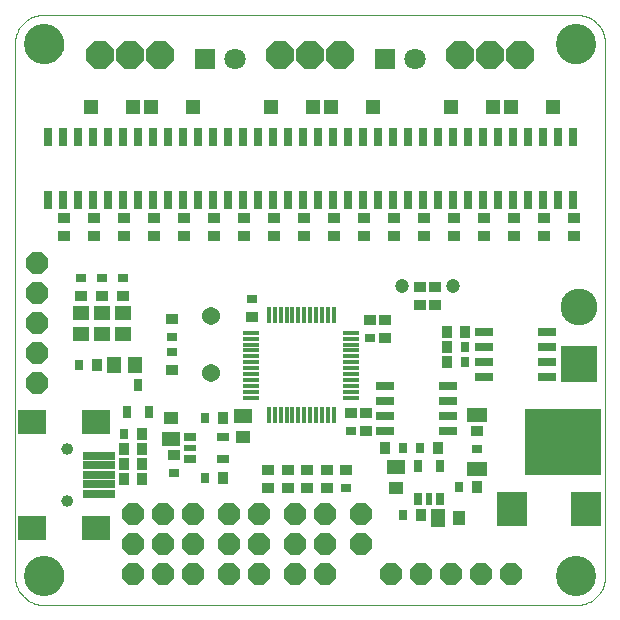
<source format=gts>
G75*
%MOIN*%
%OFA0B0*%
%FSLAX24Y24*%
%IPPOS*%
%LPD*%
%AMOC8*
5,1,8,0,0,1.08239X$1,22.5*
%
%ADD10C,0.0000*%
%ADD11C,0.1340*%
%ADD12R,0.0277X0.0631*%
%ADD13R,0.0513X0.0513*%
%ADD14R,0.0395X0.0356*%
%ADD15OC8,0.0912*%
%ADD16C,0.0710*%
%ADD17R,0.0710X0.0710*%
%ADD18R,0.0552X0.0178*%
%ADD19R,0.0178X0.0552*%
%ADD20OC8,0.0753*%
%ADD21R,0.0335X0.0296*%
%ADD22R,0.0946X0.0789*%
%ADD23R,0.1064X0.0277*%
%ADD24C,0.0395*%
%ADD25R,0.0356X0.0395*%
%ADD26R,0.0296X0.0335*%
%ADD27R,0.0297X0.0395*%
%ADD28C,0.0604*%
%ADD29R,0.0631X0.0277*%
%ADD30C,0.1227*%
%ADD31R,0.1227X0.1227*%
%ADD32R,0.2521X0.2206*%
%ADD33R,0.0710X0.0474*%
%ADD34R,0.1025X0.1182*%
%ADD35C,0.0474*%
%ADD36R,0.0277X0.0395*%
%ADD37R,0.0197X0.0395*%
%ADD38R,0.0395X0.0277*%
%ADD39R,0.0395X0.0197*%
%ADD40R,0.0474X0.0592*%
%ADD41R,0.0394X0.0512*%
%ADD42R,0.0592X0.0474*%
%ADD43R,0.0512X0.0394*%
%ADD44R,0.0474X0.0552*%
%ADD45R,0.0552X0.0474*%
%ADD46C,0.0476*%
D10*
X002834Y001872D02*
X002834Y019588D01*
X003189Y019588D02*
X003191Y019638D01*
X003197Y019688D01*
X003207Y019737D01*
X003221Y019785D01*
X003238Y019832D01*
X003259Y019877D01*
X003284Y019921D01*
X003312Y019962D01*
X003344Y020001D01*
X003378Y020038D01*
X003415Y020072D01*
X003455Y020102D01*
X003497Y020129D01*
X003541Y020153D01*
X003587Y020174D01*
X003634Y020190D01*
X003682Y020203D01*
X003732Y020212D01*
X003781Y020217D01*
X003832Y020218D01*
X003882Y020215D01*
X003931Y020208D01*
X003980Y020197D01*
X004028Y020182D01*
X004074Y020164D01*
X004119Y020142D01*
X004162Y020116D01*
X004203Y020087D01*
X004242Y020055D01*
X004278Y020020D01*
X004310Y019982D01*
X004340Y019942D01*
X004367Y019899D01*
X004390Y019855D01*
X004409Y019809D01*
X004425Y019761D01*
X004437Y019712D01*
X004445Y019663D01*
X004449Y019613D01*
X004449Y019563D01*
X004445Y019513D01*
X004437Y019464D01*
X004425Y019415D01*
X004409Y019367D01*
X004390Y019321D01*
X004367Y019277D01*
X004340Y019234D01*
X004310Y019194D01*
X004278Y019156D01*
X004242Y019121D01*
X004203Y019089D01*
X004162Y019060D01*
X004119Y019034D01*
X004074Y019012D01*
X004028Y018994D01*
X003980Y018979D01*
X003931Y018968D01*
X003882Y018961D01*
X003832Y018958D01*
X003781Y018959D01*
X003732Y018964D01*
X003682Y018973D01*
X003634Y018986D01*
X003587Y019002D01*
X003541Y019023D01*
X003497Y019047D01*
X003455Y019074D01*
X003415Y019104D01*
X003378Y019138D01*
X003344Y019175D01*
X003312Y019214D01*
X003284Y019255D01*
X003259Y019299D01*
X003238Y019344D01*
X003221Y019391D01*
X003207Y019439D01*
X003197Y019488D01*
X003191Y019538D01*
X003189Y019588D01*
X002835Y019588D02*
X002837Y019650D01*
X002843Y019711D01*
X002852Y019772D01*
X002866Y019833D01*
X002883Y019892D01*
X002904Y019950D01*
X002929Y020007D01*
X002957Y020062D01*
X002988Y020115D01*
X003023Y020166D01*
X003061Y020215D01*
X003102Y020262D01*
X003145Y020305D01*
X003192Y020346D01*
X003241Y020384D01*
X003292Y020419D01*
X003345Y020450D01*
X003400Y020478D01*
X003457Y020503D01*
X003515Y020524D01*
X003574Y020541D01*
X003635Y020555D01*
X003696Y020564D01*
X003757Y020570D01*
X003819Y020572D01*
X021535Y020572D01*
X020905Y019588D02*
X020907Y019638D01*
X020913Y019688D01*
X020923Y019737D01*
X020937Y019785D01*
X020954Y019832D01*
X020975Y019877D01*
X021000Y019921D01*
X021028Y019962D01*
X021060Y020001D01*
X021094Y020038D01*
X021131Y020072D01*
X021171Y020102D01*
X021213Y020129D01*
X021257Y020153D01*
X021303Y020174D01*
X021350Y020190D01*
X021398Y020203D01*
X021448Y020212D01*
X021497Y020217D01*
X021548Y020218D01*
X021598Y020215D01*
X021647Y020208D01*
X021696Y020197D01*
X021744Y020182D01*
X021790Y020164D01*
X021835Y020142D01*
X021878Y020116D01*
X021919Y020087D01*
X021958Y020055D01*
X021994Y020020D01*
X022026Y019982D01*
X022056Y019942D01*
X022083Y019899D01*
X022106Y019855D01*
X022125Y019809D01*
X022141Y019761D01*
X022153Y019712D01*
X022161Y019663D01*
X022165Y019613D01*
X022165Y019563D01*
X022161Y019513D01*
X022153Y019464D01*
X022141Y019415D01*
X022125Y019367D01*
X022106Y019321D01*
X022083Y019277D01*
X022056Y019234D01*
X022026Y019194D01*
X021994Y019156D01*
X021958Y019121D01*
X021919Y019089D01*
X021878Y019060D01*
X021835Y019034D01*
X021790Y019012D01*
X021744Y018994D01*
X021696Y018979D01*
X021647Y018968D01*
X021598Y018961D01*
X021548Y018958D01*
X021497Y018959D01*
X021448Y018964D01*
X021398Y018973D01*
X021350Y018986D01*
X021303Y019002D01*
X021257Y019023D01*
X021213Y019047D01*
X021171Y019074D01*
X021131Y019104D01*
X021094Y019138D01*
X021060Y019175D01*
X021028Y019214D01*
X021000Y019255D01*
X020975Y019299D01*
X020954Y019344D01*
X020937Y019391D01*
X020923Y019439D01*
X020913Y019488D01*
X020907Y019538D01*
X020905Y019588D01*
X021535Y020572D02*
X021597Y020570D01*
X021658Y020564D01*
X021719Y020555D01*
X021780Y020541D01*
X021839Y020524D01*
X021897Y020503D01*
X021954Y020478D01*
X022009Y020450D01*
X022062Y020419D01*
X022113Y020384D01*
X022162Y020346D01*
X022209Y020305D01*
X022252Y020262D01*
X022293Y020215D01*
X022331Y020166D01*
X022366Y020115D01*
X022397Y020062D01*
X022425Y020007D01*
X022450Y019950D01*
X022471Y019892D01*
X022488Y019833D01*
X022502Y019772D01*
X022511Y019711D01*
X022517Y019650D01*
X022519Y019588D01*
X022519Y001872D01*
X020905Y001872D02*
X020907Y001922D01*
X020913Y001972D01*
X020923Y002021D01*
X020937Y002069D01*
X020954Y002116D01*
X020975Y002161D01*
X021000Y002205D01*
X021028Y002246D01*
X021060Y002285D01*
X021094Y002322D01*
X021131Y002356D01*
X021171Y002386D01*
X021213Y002413D01*
X021257Y002437D01*
X021303Y002458D01*
X021350Y002474D01*
X021398Y002487D01*
X021448Y002496D01*
X021497Y002501D01*
X021548Y002502D01*
X021598Y002499D01*
X021647Y002492D01*
X021696Y002481D01*
X021744Y002466D01*
X021790Y002448D01*
X021835Y002426D01*
X021878Y002400D01*
X021919Y002371D01*
X021958Y002339D01*
X021994Y002304D01*
X022026Y002266D01*
X022056Y002226D01*
X022083Y002183D01*
X022106Y002139D01*
X022125Y002093D01*
X022141Y002045D01*
X022153Y001996D01*
X022161Y001947D01*
X022165Y001897D01*
X022165Y001847D01*
X022161Y001797D01*
X022153Y001748D01*
X022141Y001699D01*
X022125Y001651D01*
X022106Y001605D01*
X022083Y001561D01*
X022056Y001518D01*
X022026Y001478D01*
X021994Y001440D01*
X021958Y001405D01*
X021919Y001373D01*
X021878Y001344D01*
X021835Y001318D01*
X021790Y001296D01*
X021744Y001278D01*
X021696Y001263D01*
X021647Y001252D01*
X021598Y001245D01*
X021548Y001242D01*
X021497Y001243D01*
X021448Y001248D01*
X021398Y001257D01*
X021350Y001270D01*
X021303Y001286D01*
X021257Y001307D01*
X021213Y001331D01*
X021171Y001358D01*
X021131Y001388D01*
X021094Y001422D01*
X021060Y001459D01*
X021028Y001498D01*
X021000Y001539D01*
X020975Y001583D01*
X020954Y001628D01*
X020937Y001675D01*
X020923Y001723D01*
X020913Y001772D01*
X020907Y001822D01*
X020905Y001872D01*
X021535Y000888D02*
X021597Y000890D01*
X021658Y000896D01*
X021719Y000905D01*
X021780Y000919D01*
X021839Y000936D01*
X021897Y000957D01*
X021954Y000982D01*
X022009Y001010D01*
X022062Y001041D01*
X022113Y001076D01*
X022162Y001114D01*
X022209Y001155D01*
X022252Y001198D01*
X022293Y001245D01*
X022331Y001294D01*
X022366Y001345D01*
X022397Y001398D01*
X022425Y001453D01*
X022450Y001510D01*
X022471Y001568D01*
X022488Y001627D01*
X022502Y001688D01*
X022511Y001749D01*
X022517Y001810D01*
X022519Y001872D01*
X021535Y000887D02*
X003819Y000887D01*
X003189Y001872D02*
X003191Y001922D01*
X003197Y001972D01*
X003207Y002021D01*
X003221Y002069D01*
X003238Y002116D01*
X003259Y002161D01*
X003284Y002205D01*
X003312Y002246D01*
X003344Y002285D01*
X003378Y002322D01*
X003415Y002356D01*
X003455Y002386D01*
X003497Y002413D01*
X003541Y002437D01*
X003587Y002458D01*
X003634Y002474D01*
X003682Y002487D01*
X003732Y002496D01*
X003781Y002501D01*
X003832Y002502D01*
X003882Y002499D01*
X003931Y002492D01*
X003980Y002481D01*
X004028Y002466D01*
X004074Y002448D01*
X004119Y002426D01*
X004162Y002400D01*
X004203Y002371D01*
X004242Y002339D01*
X004278Y002304D01*
X004310Y002266D01*
X004340Y002226D01*
X004367Y002183D01*
X004390Y002139D01*
X004409Y002093D01*
X004425Y002045D01*
X004437Y001996D01*
X004445Y001947D01*
X004449Y001897D01*
X004449Y001847D01*
X004445Y001797D01*
X004437Y001748D01*
X004425Y001699D01*
X004409Y001651D01*
X004390Y001605D01*
X004367Y001561D01*
X004340Y001518D01*
X004310Y001478D01*
X004278Y001440D01*
X004242Y001405D01*
X004203Y001373D01*
X004162Y001344D01*
X004119Y001318D01*
X004074Y001296D01*
X004028Y001278D01*
X003980Y001263D01*
X003931Y001252D01*
X003882Y001245D01*
X003832Y001242D01*
X003781Y001243D01*
X003732Y001248D01*
X003682Y001257D01*
X003634Y001270D01*
X003587Y001286D01*
X003541Y001307D01*
X003497Y001331D01*
X003455Y001358D01*
X003415Y001388D01*
X003378Y001422D01*
X003344Y001459D01*
X003312Y001498D01*
X003284Y001539D01*
X003259Y001583D01*
X003238Y001628D01*
X003221Y001675D01*
X003207Y001723D01*
X003197Y001772D01*
X003191Y001822D01*
X003189Y001872D01*
X002835Y001872D02*
X002837Y001810D01*
X002843Y001749D01*
X002852Y001688D01*
X002866Y001627D01*
X002883Y001568D01*
X002904Y001510D01*
X002929Y001453D01*
X002957Y001398D01*
X002988Y001345D01*
X003023Y001294D01*
X003061Y001245D01*
X003102Y001198D01*
X003145Y001155D01*
X003192Y001114D01*
X003241Y001076D01*
X003292Y001041D01*
X003345Y001010D01*
X003400Y000982D01*
X003457Y000957D01*
X003515Y000936D01*
X003574Y000919D01*
X003635Y000905D01*
X003696Y000896D01*
X003757Y000890D01*
X003819Y000888D01*
X004427Y004371D02*
X004429Y004396D01*
X004435Y004420D01*
X004444Y004442D01*
X004457Y004463D01*
X004473Y004482D01*
X004492Y004498D01*
X004513Y004511D01*
X004535Y004520D01*
X004559Y004526D01*
X004584Y004528D01*
X004609Y004526D01*
X004633Y004520D01*
X004655Y004511D01*
X004676Y004498D01*
X004695Y004482D01*
X004711Y004463D01*
X004724Y004442D01*
X004733Y004420D01*
X004739Y004396D01*
X004741Y004371D01*
X004739Y004346D01*
X004733Y004322D01*
X004724Y004300D01*
X004711Y004279D01*
X004695Y004260D01*
X004676Y004244D01*
X004655Y004231D01*
X004633Y004222D01*
X004609Y004216D01*
X004584Y004214D01*
X004559Y004216D01*
X004535Y004222D01*
X004513Y004231D01*
X004492Y004244D01*
X004473Y004260D01*
X004457Y004279D01*
X004444Y004300D01*
X004435Y004322D01*
X004429Y004346D01*
X004427Y004371D01*
X004427Y006104D02*
X004429Y006129D01*
X004435Y006153D01*
X004444Y006175D01*
X004457Y006196D01*
X004473Y006215D01*
X004492Y006231D01*
X004513Y006244D01*
X004535Y006253D01*
X004559Y006259D01*
X004584Y006261D01*
X004609Y006259D01*
X004633Y006253D01*
X004655Y006244D01*
X004676Y006231D01*
X004695Y006215D01*
X004711Y006196D01*
X004724Y006175D01*
X004733Y006153D01*
X004739Y006129D01*
X004741Y006104D01*
X004739Y006079D01*
X004733Y006055D01*
X004724Y006033D01*
X004711Y006012D01*
X004695Y005993D01*
X004676Y005977D01*
X004655Y005964D01*
X004633Y005955D01*
X004609Y005949D01*
X004584Y005947D01*
X004559Y005949D01*
X004535Y005955D01*
X004513Y005964D01*
X004492Y005977D01*
X004473Y005993D01*
X004457Y006012D01*
X004444Y006033D01*
X004435Y006055D01*
X004429Y006079D01*
X004427Y006104D01*
D11*
X003819Y001872D03*
X021535Y001872D03*
X021535Y019588D03*
X003819Y019588D03*
D12*
X003934Y016487D03*
X004434Y016487D03*
X004934Y016487D03*
X005434Y016487D03*
X005934Y016487D03*
X006434Y016487D03*
X006934Y016487D03*
X007434Y016487D03*
X007934Y016487D03*
X008434Y016487D03*
X008934Y016487D03*
X009434Y016487D03*
X009934Y016487D03*
X010434Y016487D03*
X010934Y016487D03*
X011434Y016487D03*
X011934Y016487D03*
X012434Y016487D03*
X012934Y016487D03*
X013434Y016487D03*
X013934Y016487D03*
X014434Y016487D03*
X014934Y016487D03*
X015434Y016487D03*
X015934Y016487D03*
X016434Y016487D03*
X016934Y016487D03*
X017434Y016487D03*
X017934Y016487D03*
X018434Y016487D03*
X018934Y016487D03*
X019434Y016487D03*
X019934Y016487D03*
X020434Y016487D03*
X020934Y016487D03*
X021434Y016487D03*
X021434Y014387D03*
X020934Y014387D03*
X020434Y014387D03*
X019934Y014387D03*
X019434Y014387D03*
X018934Y014387D03*
X018434Y014387D03*
X017934Y014387D03*
X017434Y014387D03*
X016934Y014387D03*
X016434Y014387D03*
X015934Y014387D03*
X015434Y014387D03*
X014934Y014387D03*
X014434Y014387D03*
X013934Y014387D03*
X013434Y014387D03*
X012934Y014387D03*
X012434Y014387D03*
X011934Y014387D03*
X011434Y014387D03*
X010934Y014387D03*
X010434Y014387D03*
X009934Y014387D03*
X009434Y014387D03*
X008934Y014387D03*
X008434Y014387D03*
X007934Y014387D03*
X007434Y014387D03*
X006934Y014387D03*
X006434Y014387D03*
X005934Y014387D03*
X005434Y014387D03*
X004934Y014387D03*
X004434Y014387D03*
X003934Y014387D03*
D13*
X005384Y017487D03*
X006784Y017487D03*
X007384Y017487D03*
X008784Y017487D03*
X011384Y017487D03*
X012784Y017487D03*
X013384Y017487D03*
X014784Y017487D03*
X017384Y017487D03*
X018784Y017487D03*
X019384Y017487D03*
X020784Y017487D03*
D14*
X020484Y013787D03*
X020484Y013187D03*
X019484Y013187D03*
X019484Y013787D03*
X018484Y013787D03*
X018484Y013187D03*
X017484Y013187D03*
X017484Y013787D03*
X016484Y013787D03*
X016484Y013187D03*
X015484Y013187D03*
X015484Y013787D03*
X014484Y013787D03*
X014484Y013187D03*
X013484Y013187D03*
X013484Y013787D03*
X012484Y013787D03*
X012484Y013187D03*
X011484Y013187D03*
X011484Y013787D03*
X010484Y013787D03*
X010484Y013187D03*
X009484Y013187D03*
X009484Y013787D03*
X008484Y013787D03*
X008484Y013187D03*
X007484Y013187D03*
X007484Y013787D03*
X006484Y013787D03*
X006484Y013187D03*
X005484Y013187D03*
X005484Y013787D03*
X004484Y013787D03*
X004484Y013187D03*
X005034Y011187D03*
X005734Y011187D03*
X006434Y011187D03*
X008084Y010437D03*
X008084Y008737D03*
X010734Y010487D03*
X014034Y007287D03*
X014534Y007287D03*
X014534Y006687D03*
X013884Y005387D03*
X013234Y005387D03*
X013234Y004787D03*
X012584Y004787D03*
X012584Y005387D03*
X011934Y005387D03*
X011284Y005387D03*
X011284Y004787D03*
X011934Y004787D03*
X008134Y005887D03*
X014684Y010387D03*
X015184Y010387D03*
X015184Y009787D03*
X016334Y010887D03*
X016834Y010887D03*
X016834Y011487D03*
X016334Y011487D03*
X018234Y006687D03*
X021484Y013187D03*
X021484Y013787D03*
D15*
X019684Y019237D03*
X018684Y019237D03*
X017684Y019237D03*
X013684Y019237D03*
X012684Y019237D03*
X011684Y019237D03*
X007684Y019237D03*
X006684Y019237D03*
X005684Y019237D03*
D16*
X010184Y019087D03*
X016184Y019087D03*
D17*
X015184Y019087D03*
X009184Y019087D03*
D18*
X010711Y009970D03*
X010711Y009773D03*
X010711Y009576D03*
X010711Y009380D03*
X010711Y009183D03*
X010711Y008986D03*
X010711Y008789D03*
X010711Y008592D03*
X010711Y008395D03*
X010711Y008198D03*
X010711Y008002D03*
X010711Y007805D03*
X014058Y007805D03*
X014058Y008002D03*
X014058Y008198D03*
X014058Y008395D03*
X014058Y008592D03*
X014058Y008789D03*
X014058Y008986D03*
X014058Y009183D03*
X014058Y009380D03*
X014058Y009576D03*
X014058Y009773D03*
X014058Y009970D03*
D19*
X013467Y010561D03*
X013270Y010561D03*
X013073Y010561D03*
X012876Y010561D03*
X012680Y010561D03*
X012483Y010561D03*
X012286Y010561D03*
X012089Y010561D03*
X011892Y010561D03*
X011695Y010561D03*
X011498Y010561D03*
X011302Y010561D03*
X011302Y007214D03*
X011498Y007214D03*
X011695Y007214D03*
X011892Y007214D03*
X012089Y007214D03*
X012286Y007214D03*
X012483Y007214D03*
X012680Y007214D03*
X012876Y007214D03*
X013073Y007214D03*
X013270Y007214D03*
X013467Y007214D03*
D20*
X013184Y003937D03*
X013184Y002937D03*
X013184Y001937D03*
X012184Y001937D03*
X012184Y002937D03*
X012184Y003937D03*
X010984Y003937D03*
X010984Y002937D03*
X010984Y001937D03*
X009984Y001937D03*
X009984Y002937D03*
X009984Y003937D03*
X008784Y003937D03*
X008784Y002937D03*
X008784Y001937D03*
X007784Y001937D03*
X007784Y002937D03*
X007784Y003937D03*
X006784Y003937D03*
X006784Y002937D03*
X006784Y001937D03*
X003584Y008287D03*
X003584Y009287D03*
X003584Y010287D03*
X003584Y011287D03*
X003584Y012287D03*
X014384Y003937D03*
X014384Y002937D03*
X015384Y001937D03*
X016384Y001937D03*
X017384Y001937D03*
X018384Y001937D03*
X019384Y001937D03*
D21*
X018234Y006087D03*
X014684Y009787D03*
X014034Y006687D03*
X013884Y004787D03*
X008134Y005287D03*
X008084Y009337D03*
X008084Y009837D03*
X006434Y011787D03*
X005734Y011787D03*
X005034Y011787D03*
X010734Y011087D03*
D22*
X005529Y007009D03*
X003403Y007009D03*
X003403Y003466D03*
X005529Y003466D03*
D23*
X005647Y004607D03*
X005647Y004922D03*
X005647Y005237D03*
X005647Y005552D03*
X005647Y005867D03*
D24*
X004584Y006104D03*
X004584Y004371D03*
D25*
X006484Y005087D03*
X006484Y005587D03*
X006484Y006087D03*
X007084Y006087D03*
X007084Y006587D03*
X007084Y005587D03*
X007084Y005087D03*
X009784Y005137D03*
X009784Y007137D03*
X005584Y008887D03*
X015184Y006137D03*
X016934Y006137D03*
X018234Y004837D03*
X016384Y003887D03*
X017234Y008987D03*
X017234Y009487D03*
X017234Y009987D03*
X017834Y009987D03*
D26*
X017834Y009487D03*
X017834Y008987D03*
X016334Y006137D03*
X015784Y006137D03*
X017634Y004837D03*
X015784Y003887D03*
X009184Y005137D03*
X009184Y007137D03*
X006484Y006587D03*
X004984Y008887D03*
D27*
X006564Y007337D03*
X007304Y007337D03*
X006934Y008237D03*
D28*
X009384Y008637D03*
X009384Y010537D03*
D29*
X015184Y008187D03*
X015184Y007687D03*
X015184Y007187D03*
X015184Y006687D03*
X017284Y006687D03*
X017284Y007187D03*
X017284Y007687D03*
X017284Y008187D03*
X018484Y008487D03*
X018484Y008987D03*
X018484Y009487D03*
X018484Y009987D03*
X020584Y009987D03*
X020584Y009487D03*
X020584Y008987D03*
X020584Y008487D03*
D30*
X021634Y010837D03*
D31*
X021634Y008937D03*
D32*
X021119Y006337D03*
D33*
X018245Y005440D03*
X018245Y007235D03*
D34*
X019394Y004087D03*
X021874Y004087D03*
D35*
X017434Y011537D03*
X015734Y011537D03*
D36*
X016260Y005537D03*
X017008Y005537D03*
X017008Y004437D03*
X016260Y004437D03*
D37*
X016634Y004437D03*
D38*
X009784Y005763D03*
X009784Y006511D03*
X008684Y006511D03*
X008684Y005763D03*
D39*
X008684Y006137D03*
D40*
X016934Y003787D03*
D41*
X017634Y003787D03*
D42*
X015534Y005487D03*
X010434Y007187D03*
X008034Y006437D03*
D43*
X008034Y007137D03*
X010434Y006487D03*
X015534Y004787D03*
D44*
X006834Y008887D03*
X006134Y008887D03*
D45*
X006434Y009937D03*
X005734Y009937D03*
X005034Y009937D03*
X005034Y010637D03*
X005734Y010637D03*
X006434Y010637D03*
D46*
X020484Y006937D03*
X020484Y005737D03*
X021734Y005737D03*
X021734Y006937D03*
X021884Y004087D03*
M02*

</source>
